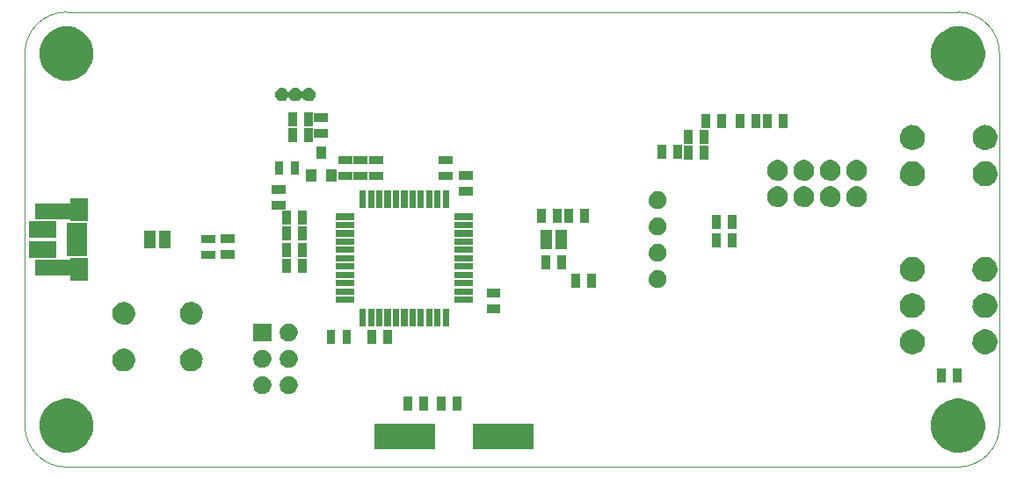
<source format=gts>
G04 (created by PCBNEW (2013-07-07 BZR 4022)-stable) date 26/08/2014 17:06:37*
%MOIN*%
G04 Gerber Fmt 3.4, Leading zero omitted, Abs format*
%FSLAX34Y34*%
G01*
G70*
G90*
G04 APERTURE LIST*
%ADD10C,0.00590551*%
%ADD11C,0.00393701*%
G04 APERTURE END LIST*
G54D10*
G54D11*
X106983Y-58953D02*
X73173Y-58953D01*
X108558Y-60528D02*
G75*
G03X106983Y-58953I-1575J0D01*
G74*
G01*
X108558Y-74668D02*
X108558Y-60528D01*
X106983Y-76243D02*
G75*
G03X108558Y-74668I0J1575D01*
G74*
G01*
X73173Y-76243D02*
X106983Y-76243D01*
X71598Y-74668D02*
G75*
G03X73173Y-76243I1575J0D01*
G74*
G01*
X71598Y-60528D02*
X71598Y-74668D01*
X73173Y-58953D02*
G75*
G03X71598Y-60528I0J-1575D01*
G74*
G01*
G54D10*
G36*
X72802Y-67540D02*
X71738Y-67540D01*
X71738Y-66900D01*
X72802Y-66900D01*
X72802Y-67540D01*
X72802Y-67540D01*
G37*
G36*
X72802Y-68298D02*
X71738Y-68298D01*
X71738Y-67658D01*
X72802Y-67658D01*
X72802Y-68298D01*
X72802Y-68298D01*
G37*
G36*
X73963Y-68229D02*
X73195Y-68229D01*
X73195Y-67996D01*
X73195Y-67989D01*
X73195Y-67977D01*
X73195Y-67969D01*
X73195Y-67741D01*
X73195Y-67733D01*
X73195Y-67721D01*
X73195Y-67713D01*
X73195Y-67485D01*
X73195Y-67477D01*
X73195Y-67465D01*
X73195Y-67457D01*
X73195Y-67229D01*
X73195Y-67221D01*
X73195Y-67209D01*
X73195Y-67201D01*
X73195Y-66969D01*
X73963Y-66969D01*
X73963Y-67201D01*
X73963Y-67209D01*
X73963Y-67221D01*
X73963Y-67229D01*
X73963Y-67457D01*
X73963Y-67465D01*
X73963Y-67477D01*
X73963Y-67485D01*
X73963Y-67713D01*
X73963Y-67721D01*
X73963Y-67733D01*
X73963Y-67741D01*
X73963Y-67969D01*
X73963Y-67977D01*
X73963Y-67989D01*
X73963Y-67996D01*
X73963Y-68229D01*
X73963Y-68229D01*
G37*
G36*
X73987Y-66891D02*
X73333Y-66891D01*
X73333Y-66845D01*
X73333Y-66837D01*
X73330Y-66830D01*
X73324Y-66825D01*
X73317Y-66822D01*
X73310Y-66822D01*
X71994Y-66822D01*
X71994Y-66230D01*
X73310Y-66230D01*
X73317Y-66230D01*
X73324Y-66227D01*
X73330Y-66222D01*
X73333Y-66215D01*
X73333Y-66207D01*
X73333Y-66024D01*
X73987Y-66024D01*
X73987Y-66891D01*
X73987Y-66891D01*
G37*
G36*
X73987Y-69174D02*
X73333Y-69174D01*
X73333Y-68991D01*
X73333Y-68983D01*
X73330Y-68976D01*
X73324Y-68970D01*
X73317Y-68967D01*
X73310Y-68967D01*
X71994Y-68967D01*
X71994Y-68376D01*
X73310Y-68376D01*
X73317Y-68376D01*
X73324Y-68373D01*
X73330Y-68368D01*
X73333Y-68361D01*
X73333Y-68353D01*
X73333Y-68307D01*
X73987Y-68307D01*
X73987Y-69174D01*
X73987Y-69174D01*
G37*
G36*
X74197Y-60429D02*
X74194Y-60655D01*
X74149Y-60854D01*
X74068Y-61035D01*
X73951Y-61201D01*
X73808Y-61338D01*
X73636Y-61447D01*
X73451Y-61518D01*
X73251Y-61554D01*
X73053Y-61550D01*
X72854Y-61506D01*
X72673Y-61427D01*
X72505Y-61310D01*
X72368Y-61168D01*
X72258Y-60997D01*
X72185Y-60813D01*
X72148Y-60612D01*
X72151Y-60415D01*
X72193Y-60215D01*
X72271Y-60034D01*
X72386Y-59865D01*
X72527Y-59727D01*
X72698Y-59615D01*
X72881Y-59542D01*
X73082Y-59503D01*
X73279Y-59505D01*
X73479Y-59546D01*
X73661Y-59622D01*
X73830Y-59736D01*
X73969Y-59876D01*
X74082Y-60047D01*
X74158Y-60229D01*
X74158Y-60231D01*
X74197Y-60429D01*
X74197Y-60429D01*
G37*
G36*
X74197Y-74569D02*
X74194Y-74795D01*
X74149Y-74994D01*
X74068Y-75175D01*
X73951Y-75341D01*
X73808Y-75478D01*
X73636Y-75587D01*
X73451Y-75658D01*
X73251Y-75694D01*
X73053Y-75690D01*
X72854Y-75646D01*
X72673Y-75567D01*
X72505Y-75450D01*
X72368Y-75308D01*
X72258Y-75137D01*
X72185Y-74953D01*
X72148Y-74752D01*
X72151Y-74555D01*
X72193Y-74355D01*
X72271Y-74174D01*
X72386Y-74005D01*
X72527Y-73867D01*
X72698Y-73755D01*
X72881Y-73682D01*
X73082Y-73643D01*
X73279Y-73645D01*
X73479Y-73686D01*
X73661Y-73762D01*
X73830Y-73876D01*
X73969Y-74016D01*
X74082Y-74187D01*
X74158Y-74369D01*
X74158Y-74371D01*
X74197Y-74569D01*
X74197Y-74569D01*
G37*
G36*
X75779Y-70356D02*
X75777Y-70450D01*
X75758Y-70535D01*
X75724Y-70610D01*
X75674Y-70682D01*
X75614Y-70739D01*
X75540Y-70786D01*
X75464Y-70816D01*
X75377Y-70831D01*
X75295Y-70829D01*
X75209Y-70810D01*
X75134Y-70777D01*
X75062Y-70727D01*
X75005Y-70668D01*
X74957Y-70594D01*
X74927Y-70518D01*
X74911Y-70431D01*
X74912Y-70350D01*
X74931Y-70263D01*
X74963Y-70188D01*
X75013Y-70116D01*
X75071Y-70058D01*
X75145Y-70010D01*
X75221Y-69980D01*
X75308Y-69963D01*
X75389Y-69964D01*
X75476Y-69981D01*
X75551Y-70013D01*
X75624Y-70062D01*
X75681Y-70120D01*
X75730Y-70194D01*
X75761Y-70269D01*
X75778Y-70354D01*
X75779Y-70356D01*
X75779Y-70356D01*
G37*
G36*
X75779Y-72127D02*
X75777Y-72222D01*
X75758Y-72307D01*
X75724Y-72382D01*
X75674Y-72454D01*
X75614Y-72510D01*
X75540Y-72558D01*
X75464Y-72587D01*
X75377Y-72602D01*
X75295Y-72601D01*
X75209Y-72582D01*
X75134Y-72549D01*
X75062Y-72499D01*
X75005Y-72440D01*
X74957Y-72366D01*
X74927Y-72290D01*
X74911Y-72203D01*
X74912Y-72121D01*
X74931Y-72035D01*
X74963Y-71960D01*
X75013Y-71887D01*
X75071Y-71830D01*
X75145Y-71782D01*
X75221Y-71751D01*
X75308Y-71735D01*
X75389Y-71735D01*
X75476Y-71753D01*
X75551Y-71785D01*
X75624Y-71834D01*
X75681Y-71892D01*
X75730Y-71966D01*
X75761Y-72041D01*
X75778Y-72126D01*
X75779Y-72127D01*
X75779Y-72127D01*
G37*
G36*
X76546Y-67933D02*
X76132Y-67933D01*
X76132Y-67622D01*
X76132Y-67614D01*
X76132Y-67582D01*
X76132Y-67574D01*
X76132Y-67263D01*
X76546Y-67263D01*
X76546Y-67574D01*
X76546Y-67582D01*
X76546Y-67614D01*
X76546Y-67622D01*
X76546Y-67933D01*
X76546Y-67933D01*
G37*
G36*
X77117Y-67933D02*
X76703Y-67933D01*
X76703Y-67622D01*
X76703Y-67614D01*
X76703Y-67582D01*
X76703Y-67574D01*
X76703Y-67263D01*
X77117Y-67263D01*
X77117Y-67574D01*
X77117Y-67582D01*
X77117Y-67614D01*
X77117Y-67622D01*
X77117Y-67933D01*
X77117Y-67933D01*
G37*
G36*
X78338Y-70356D02*
X78336Y-70450D01*
X78317Y-70535D01*
X78283Y-70610D01*
X78233Y-70682D01*
X78173Y-70739D01*
X78099Y-70786D01*
X78023Y-70816D01*
X77936Y-70831D01*
X77854Y-70829D01*
X77768Y-70810D01*
X77693Y-70777D01*
X77621Y-70727D01*
X77564Y-70668D01*
X77516Y-70594D01*
X77486Y-70518D01*
X77470Y-70431D01*
X77471Y-70350D01*
X77490Y-70263D01*
X77522Y-70188D01*
X77572Y-70116D01*
X77630Y-70058D01*
X77704Y-70010D01*
X77780Y-69980D01*
X77867Y-69963D01*
X77948Y-69964D01*
X78035Y-69981D01*
X78110Y-70013D01*
X78183Y-70062D01*
X78240Y-70120D01*
X78290Y-70194D01*
X78320Y-70269D01*
X78337Y-70354D01*
X78338Y-70356D01*
X78338Y-70356D01*
G37*
G36*
X78338Y-72127D02*
X78336Y-72222D01*
X78317Y-72307D01*
X78283Y-72382D01*
X78233Y-72454D01*
X78173Y-72510D01*
X78099Y-72558D01*
X78023Y-72587D01*
X77936Y-72602D01*
X77854Y-72601D01*
X77768Y-72582D01*
X77693Y-72549D01*
X77621Y-72499D01*
X77564Y-72440D01*
X77516Y-72366D01*
X77486Y-72290D01*
X77470Y-72203D01*
X77471Y-72121D01*
X77490Y-72035D01*
X77522Y-71960D01*
X77572Y-71887D01*
X77630Y-71830D01*
X77704Y-71782D01*
X77780Y-71751D01*
X77867Y-71735D01*
X77948Y-71735D01*
X78035Y-71753D01*
X78110Y-71785D01*
X78183Y-71834D01*
X78240Y-71892D01*
X78290Y-71966D01*
X78320Y-72041D01*
X78337Y-72126D01*
X78338Y-72127D01*
X78338Y-72127D01*
G37*
G36*
X78832Y-67743D02*
X78303Y-67743D01*
X78303Y-67414D01*
X78832Y-67414D01*
X78832Y-67743D01*
X78832Y-67743D01*
G37*
G36*
X78832Y-68343D02*
X78303Y-68343D01*
X78303Y-68014D01*
X78832Y-68014D01*
X78832Y-68343D01*
X78832Y-68343D01*
G37*
G36*
X79553Y-67729D02*
X79024Y-67729D01*
X79024Y-67400D01*
X79553Y-67400D01*
X79553Y-67729D01*
X79553Y-67729D01*
G37*
G36*
X79553Y-68329D02*
X79024Y-68329D01*
X79024Y-68000D01*
X79553Y-68000D01*
X79553Y-68329D01*
X79553Y-68329D01*
G37*
G36*
X80942Y-72094D02*
X80941Y-72167D01*
X80925Y-72235D01*
X80899Y-72293D01*
X80859Y-72350D01*
X80813Y-72393D01*
X80754Y-72431D01*
X80695Y-72454D01*
X80627Y-72466D01*
X80563Y-72464D01*
X80495Y-72449D01*
X80437Y-72424D01*
X80380Y-72384D01*
X80335Y-72339D01*
X80298Y-72280D01*
X80274Y-72221D01*
X80262Y-72152D01*
X80263Y-72089D01*
X80277Y-72021D01*
X80302Y-71963D01*
X80342Y-71905D01*
X80387Y-71861D01*
X80445Y-71822D01*
X80504Y-71799D01*
X80573Y-71786D01*
X80636Y-71786D01*
X80705Y-71800D01*
X80763Y-71824D01*
X80821Y-71864D01*
X80865Y-71908D01*
X80904Y-71967D01*
X80928Y-72025D01*
X80941Y-72092D01*
X80942Y-72094D01*
X80942Y-72094D01*
G37*
G36*
X80942Y-73094D02*
X80941Y-73167D01*
X80925Y-73235D01*
X80899Y-73293D01*
X80859Y-73350D01*
X80813Y-73393D01*
X80754Y-73431D01*
X80695Y-73454D01*
X80627Y-73466D01*
X80563Y-73464D01*
X80495Y-73449D01*
X80437Y-73424D01*
X80380Y-73384D01*
X80335Y-73339D01*
X80298Y-73280D01*
X80274Y-73221D01*
X80262Y-73152D01*
X80263Y-73089D01*
X80277Y-73021D01*
X80302Y-72963D01*
X80342Y-72905D01*
X80387Y-72861D01*
X80445Y-72822D01*
X80504Y-72799D01*
X80573Y-72786D01*
X80636Y-72786D01*
X80705Y-72800D01*
X80763Y-72824D01*
X80821Y-72864D01*
X80865Y-72908D01*
X80904Y-72967D01*
X80928Y-73025D01*
X80941Y-73092D01*
X80942Y-73094D01*
X80942Y-73094D01*
G37*
G36*
X80942Y-71465D02*
X80262Y-71465D01*
X80262Y-70786D01*
X80942Y-70786D01*
X80942Y-71465D01*
X80942Y-71465D01*
G37*
G36*
X81400Y-65146D02*
X81070Y-65146D01*
X81070Y-64617D01*
X81400Y-64617D01*
X81400Y-65146D01*
X81400Y-65146D01*
G37*
G36*
X81485Y-65849D02*
X80955Y-65849D01*
X80955Y-65519D01*
X81485Y-65519D01*
X81485Y-65849D01*
X81485Y-65849D01*
G37*
G36*
X81485Y-66449D02*
X80955Y-66449D01*
X80955Y-66119D01*
X81485Y-66119D01*
X81485Y-66449D01*
X81485Y-66449D01*
G37*
G36*
X81675Y-67036D02*
X81346Y-67036D01*
X81346Y-66506D01*
X81675Y-66506D01*
X81675Y-67036D01*
X81675Y-67036D01*
G37*
G36*
X81675Y-67626D02*
X81346Y-67626D01*
X81346Y-67097D01*
X81675Y-67097D01*
X81675Y-67626D01*
X81675Y-67626D01*
G37*
G36*
X81675Y-68256D02*
X81346Y-68256D01*
X81346Y-67727D01*
X81675Y-67727D01*
X81675Y-68256D01*
X81675Y-68256D01*
G37*
G36*
X81675Y-68847D02*
X81346Y-68847D01*
X81346Y-68317D01*
X81675Y-68317D01*
X81675Y-68847D01*
X81675Y-68847D01*
G37*
G36*
X81911Y-63296D02*
X81582Y-63296D01*
X81582Y-62766D01*
X81911Y-62766D01*
X81911Y-63296D01*
X81911Y-63296D01*
G37*
G36*
X81911Y-63886D02*
X81582Y-63886D01*
X81582Y-63357D01*
X81911Y-63357D01*
X81911Y-63886D01*
X81911Y-63886D01*
G37*
G36*
X81942Y-71094D02*
X81941Y-71167D01*
X81925Y-71235D01*
X81899Y-71293D01*
X81859Y-71350D01*
X81813Y-71393D01*
X81754Y-71431D01*
X81695Y-71454D01*
X81627Y-71466D01*
X81563Y-71464D01*
X81495Y-71449D01*
X81437Y-71424D01*
X81380Y-71384D01*
X81335Y-71339D01*
X81298Y-71280D01*
X81274Y-71221D01*
X81262Y-71152D01*
X81263Y-71089D01*
X81277Y-71021D01*
X81302Y-70963D01*
X81342Y-70905D01*
X81387Y-70861D01*
X81445Y-70822D01*
X81504Y-70799D01*
X81573Y-70786D01*
X81636Y-70786D01*
X81705Y-70800D01*
X81763Y-70824D01*
X81821Y-70864D01*
X81865Y-70908D01*
X81904Y-70967D01*
X81928Y-71025D01*
X81941Y-71092D01*
X81942Y-71094D01*
X81942Y-71094D01*
G37*
G36*
X81942Y-72094D02*
X81941Y-72167D01*
X81925Y-72235D01*
X81899Y-72293D01*
X81859Y-72350D01*
X81813Y-72393D01*
X81754Y-72431D01*
X81695Y-72454D01*
X81627Y-72466D01*
X81563Y-72464D01*
X81495Y-72449D01*
X81437Y-72424D01*
X81380Y-72384D01*
X81335Y-72339D01*
X81298Y-72280D01*
X81274Y-72221D01*
X81262Y-72152D01*
X81263Y-72089D01*
X81277Y-72021D01*
X81302Y-71963D01*
X81342Y-71905D01*
X81387Y-71861D01*
X81445Y-71822D01*
X81504Y-71799D01*
X81573Y-71786D01*
X81636Y-71786D01*
X81705Y-71800D01*
X81763Y-71824D01*
X81821Y-71864D01*
X81865Y-71908D01*
X81904Y-71967D01*
X81928Y-72025D01*
X81941Y-72092D01*
X81942Y-72094D01*
X81942Y-72094D01*
G37*
G36*
X81942Y-73094D02*
X81941Y-73167D01*
X81925Y-73235D01*
X81899Y-73293D01*
X81859Y-73350D01*
X81813Y-73393D01*
X81754Y-73431D01*
X81695Y-73454D01*
X81627Y-73466D01*
X81563Y-73464D01*
X81495Y-73449D01*
X81437Y-73424D01*
X81380Y-73384D01*
X81335Y-73339D01*
X81298Y-73280D01*
X81274Y-73221D01*
X81262Y-73152D01*
X81263Y-73089D01*
X81277Y-73021D01*
X81302Y-72963D01*
X81342Y-72905D01*
X81387Y-72861D01*
X81445Y-72822D01*
X81504Y-72799D01*
X81573Y-72786D01*
X81636Y-72786D01*
X81705Y-72800D01*
X81763Y-72824D01*
X81821Y-72864D01*
X81865Y-72908D01*
X81904Y-72967D01*
X81928Y-73025D01*
X81941Y-73092D01*
X81942Y-73094D01*
X81942Y-73094D01*
G37*
G36*
X82000Y-65146D02*
X81670Y-65146D01*
X81670Y-64617D01*
X82000Y-64617D01*
X82000Y-65146D01*
X82000Y-65146D01*
G37*
G36*
X82275Y-67036D02*
X81946Y-67036D01*
X81946Y-66506D01*
X82275Y-66506D01*
X82275Y-67036D01*
X82275Y-67036D01*
G37*
G36*
X82275Y-67626D02*
X81946Y-67626D01*
X81946Y-67097D01*
X82275Y-67097D01*
X82275Y-67626D01*
X82275Y-67626D01*
G37*
G36*
X82275Y-68256D02*
X81946Y-68256D01*
X81946Y-67727D01*
X82275Y-67727D01*
X82275Y-68256D01*
X82275Y-68256D01*
G37*
G36*
X82275Y-68847D02*
X81946Y-68847D01*
X81946Y-68317D01*
X82275Y-68317D01*
X82275Y-68847D01*
X82275Y-68847D01*
G37*
G36*
X82511Y-63296D02*
X82182Y-63296D01*
X82182Y-62766D01*
X82511Y-62766D01*
X82511Y-63296D01*
X82511Y-63296D01*
G37*
G36*
X82511Y-63886D02*
X82182Y-63886D01*
X82182Y-63357D01*
X82511Y-63357D01*
X82511Y-63886D01*
X82511Y-63886D01*
G37*
G36*
X82618Y-62062D02*
X82617Y-62117D01*
X82605Y-62169D01*
X82586Y-62212D01*
X82556Y-62255D01*
X82521Y-62288D01*
X82476Y-62316D01*
X82432Y-62334D01*
X82380Y-62343D01*
X82333Y-62342D01*
X82281Y-62330D01*
X82238Y-62311D01*
X82194Y-62281D01*
X82161Y-62247D01*
X82132Y-62202D01*
X82125Y-62185D01*
X82122Y-62178D01*
X82117Y-62172D01*
X82110Y-62169D01*
X82102Y-62169D01*
X82095Y-62172D01*
X82090Y-62178D01*
X82074Y-62212D01*
X82044Y-62255D01*
X82009Y-62288D01*
X81965Y-62316D01*
X81921Y-62334D01*
X81868Y-62343D01*
X81821Y-62342D01*
X81769Y-62330D01*
X81726Y-62311D01*
X81682Y-62281D01*
X81649Y-62247D01*
X81620Y-62202D01*
X81613Y-62185D01*
X81610Y-62178D01*
X81605Y-62172D01*
X81598Y-62169D01*
X81590Y-62169D01*
X81583Y-62172D01*
X81578Y-62178D01*
X81562Y-62212D01*
X81532Y-62255D01*
X81498Y-62288D01*
X81453Y-62316D01*
X81409Y-62334D01*
X81356Y-62343D01*
X81309Y-62342D01*
X81257Y-62330D01*
X81214Y-62311D01*
X81170Y-62281D01*
X81137Y-62247D01*
X81108Y-62202D01*
X81091Y-62159D01*
X81082Y-62106D01*
X81082Y-62059D01*
X81093Y-62007D01*
X81112Y-61964D01*
X81142Y-61919D01*
X81175Y-61887D01*
X81220Y-61857D01*
X81264Y-61840D01*
X81317Y-61830D01*
X81363Y-61830D01*
X81416Y-61841D01*
X81459Y-61859D01*
X81504Y-61889D01*
X81536Y-61922D01*
X81566Y-61967D01*
X81575Y-61988D01*
X81578Y-61995D01*
X81583Y-62000D01*
X81590Y-62003D01*
X81598Y-62003D01*
X81605Y-62000D01*
X81610Y-61995D01*
X81624Y-61964D01*
X81654Y-61919D01*
X81687Y-61887D01*
X81732Y-61857D01*
X81776Y-61840D01*
X81828Y-61830D01*
X81875Y-61830D01*
X81928Y-61841D01*
X81971Y-61859D01*
X82015Y-61889D01*
X82048Y-61922D01*
X82078Y-61967D01*
X82086Y-61988D01*
X82089Y-61995D01*
X82095Y-62000D01*
X82102Y-62003D01*
X82110Y-62003D01*
X82117Y-62000D01*
X82122Y-61995D01*
X82135Y-61964D01*
X82166Y-61919D01*
X82199Y-61887D01*
X82244Y-61857D01*
X82287Y-61840D01*
X82340Y-61830D01*
X82387Y-61830D01*
X82440Y-61841D01*
X82482Y-61859D01*
X82527Y-61889D01*
X82560Y-61922D01*
X82590Y-61967D01*
X82608Y-62010D01*
X82618Y-62061D01*
X82618Y-62062D01*
X82618Y-62062D01*
G37*
G36*
X82656Y-65394D02*
X82262Y-65394D01*
X82262Y-64920D01*
X82656Y-64920D01*
X82656Y-65394D01*
X82656Y-65394D01*
G37*
G36*
X83031Y-64528D02*
X82637Y-64528D01*
X82637Y-64054D01*
X83031Y-64054D01*
X83031Y-64528D01*
X83031Y-64528D01*
G37*
G36*
X83099Y-63132D02*
X82569Y-63132D01*
X82569Y-62802D01*
X83099Y-62802D01*
X83099Y-63132D01*
X83099Y-63132D01*
G37*
G36*
X83099Y-63732D02*
X82569Y-63732D01*
X82569Y-63402D01*
X83099Y-63402D01*
X83099Y-63732D01*
X83099Y-63732D01*
G37*
G36*
X83368Y-71563D02*
X83039Y-71563D01*
X83039Y-71034D01*
X83368Y-71034D01*
X83368Y-71563D01*
X83368Y-71563D01*
G37*
G36*
X83406Y-65394D02*
X83012Y-65394D01*
X83012Y-64920D01*
X83406Y-64920D01*
X83406Y-65394D01*
X83406Y-65394D01*
G37*
G36*
X83968Y-71563D02*
X83639Y-71563D01*
X83639Y-71034D01*
X83968Y-71034D01*
X83968Y-71563D01*
X83968Y-71563D01*
G37*
G36*
X84004Y-64746D02*
X83475Y-64746D01*
X83475Y-64417D01*
X84004Y-64417D01*
X84004Y-64746D01*
X84004Y-64746D01*
G37*
G36*
X84004Y-65346D02*
X83475Y-65346D01*
X83475Y-65017D01*
X84004Y-65017D01*
X84004Y-65346D01*
X84004Y-65346D01*
G37*
G36*
X84074Y-66851D02*
X83394Y-66851D01*
X83394Y-66612D01*
X84074Y-66612D01*
X84074Y-66851D01*
X84074Y-66851D01*
G37*
G36*
X84074Y-67166D02*
X83394Y-67166D01*
X83394Y-66927D01*
X84074Y-66927D01*
X84074Y-67166D01*
X84074Y-67166D01*
G37*
G36*
X84074Y-67481D02*
X83394Y-67481D01*
X83394Y-67242D01*
X84074Y-67242D01*
X84074Y-67481D01*
X84074Y-67481D01*
G37*
G36*
X84074Y-67796D02*
X83394Y-67796D01*
X83394Y-67557D01*
X84074Y-67557D01*
X84074Y-67796D01*
X84074Y-67796D01*
G37*
G36*
X84074Y-68111D02*
X83394Y-68111D01*
X83394Y-67872D01*
X84074Y-67872D01*
X84074Y-68111D01*
X84074Y-68111D01*
G37*
G36*
X84074Y-68426D02*
X83394Y-68426D01*
X83394Y-68187D01*
X84074Y-68187D01*
X84074Y-68426D01*
X84074Y-68426D01*
G37*
G36*
X84074Y-68741D02*
X83394Y-68741D01*
X83394Y-68502D01*
X84074Y-68502D01*
X84074Y-68741D01*
X84074Y-68741D01*
G37*
G36*
X84074Y-69056D02*
X83394Y-69056D01*
X83394Y-68817D01*
X84074Y-68817D01*
X84074Y-69056D01*
X84074Y-69056D01*
G37*
G36*
X84074Y-69371D02*
X83394Y-69371D01*
X83394Y-69132D01*
X84074Y-69132D01*
X84074Y-69371D01*
X84074Y-69371D01*
G37*
G36*
X84074Y-69686D02*
X83394Y-69686D01*
X83394Y-69447D01*
X84074Y-69447D01*
X84074Y-69686D01*
X84074Y-69686D01*
G37*
G36*
X84074Y-70001D02*
X83394Y-70001D01*
X83394Y-69762D01*
X84074Y-69762D01*
X84074Y-70001D01*
X84074Y-70001D01*
G37*
G36*
X84529Y-66396D02*
X84289Y-66396D01*
X84289Y-65717D01*
X84529Y-65717D01*
X84529Y-66396D01*
X84529Y-66396D01*
G37*
G36*
X84529Y-70896D02*
X84289Y-70896D01*
X84289Y-70217D01*
X84529Y-70217D01*
X84529Y-70896D01*
X84529Y-70896D01*
G37*
G36*
X84595Y-64746D02*
X84065Y-64746D01*
X84065Y-64417D01*
X84595Y-64417D01*
X84595Y-64746D01*
X84595Y-64746D01*
G37*
G36*
X84595Y-65346D02*
X84065Y-65346D01*
X84065Y-65017D01*
X84595Y-65017D01*
X84595Y-65346D01*
X84595Y-65346D01*
G37*
G36*
X84844Y-66396D02*
X84604Y-66396D01*
X84604Y-65717D01*
X84844Y-65717D01*
X84844Y-66396D01*
X84844Y-66396D01*
G37*
G36*
X84844Y-70896D02*
X84604Y-70896D01*
X84604Y-70217D01*
X84844Y-70217D01*
X84844Y-70896D01*
X84844Y-70896D01*
G37*
G36*
X84904Y-71563D02*
X84574Y-71563D01*
X84574Y-71034D01*
X84904Y-71034D01*
X84904Y-71563D01*
X84904Y-71563D01*
G37*
G36*
X85159Y-66396D02*
X84919Y-66396D01*
X84919Y-65717D01*
X85159Y-65717D01*
X85159Y-66396D01*
X85159Y-66396D01*
G37*
G36*
X85159Y-70896D02*
X84919Y-70896D01*
X84919Y-70217D01*
X85159Y-70217D01*
X85159Y-70896D01*
X85159Y-70896D01*
G37*
G36*
X85186Y-64746D02*
X84656Y-64746D01*
X84656Y-64417D01*
X85186Y-64417D01*
X85186Y-64746D01*
X85186Y-64746D01*
G37*
G36*
X85186Y-65346D02*
X84656Y-65346D01*
X84656Y-65017D01*
X85186Y-65017D01*
X85186Y-65346D01*
X85186Y-65346D01*
G37*
G36*
X85474Y-66396D02*
X85234Y-66396D01*
X85234Y-65717D01*
X85474Y-65717D01*
X85474Y-66396D01*
X85474Y-66396D01*
G37*
G36*
X85474Y-70896D02*
X85234Y-70896D01*
X85234Y-70217D01*
X85474Y-70217D01*
X85474Y-70896D01*
X85474Y-70896D01*
G37*
G36*
X85504Y-71563D02*
X85174Y-71563D01*
X85174Y-71034D01*
X85504Y-71034D01*
X85504Y-71563D01*
X85504Y-71563D01*
G37*
G36*
X85789Y-66396D02*
X85549Y-66396D01*
X85549Y-65717D01*
X85789Y-65717D01*
X85789Y-66396D01*
X85789Y-66396D01*
G37*
G36*
X85789Y-70896D02*
X85549Y-70896D01*
X85549Y-70217D01*
X85789Y-70217D01*
X85789Y-70896D01*
X85789Y-70896D01*
G37*
G36*
X86104Y-66396D02*
X85864Y-66396D01*
X85864Y-65717D01*
X86104Y-65717D01*
X86104Y-66396D01*
X86104Y-66396D01*
G37*
G36*
X86104Y-70896D02*
X85864Y-70896D01*
X85864Y-70217D01*
X86104Y-70217D01*
X86104Y-70896D01*
X86104Y-70896D01*
G37*
G36*
X86282Y-74083D02*
X85952Y-74083D01*
X85952Y-73554D01*
X86282Y-73554D01*
X86282Y-74083D01*
X86282Y-74083D01*
G37*
G36*
X86419Y-66396D02*
X86179Y-66396D01*
X86179Y-65717D01*
X86419Y-65717D01*
X86419Y-66396D01*
X86419Y-66396D01*
G37*
G36*
X86419Y-70896D02*
X86179Y-70896D01*
X86179Y-70217D01*
X86419Y-70217D01*
X86419Y-70896D01*
X86419Y-70896D01*
G37*
G36*
X86734Y-66396D02*
X86494Y-66396D01*
X86494Y-65717D01*
X86734Y-65717D01*
X86734Y-66396D01*
X86734Y-66396D01*
G37*
G36*
X86734Y-70896D02*
X86494Y-70896D01*
X86494Y-70217D01*
X86734Y-70217D01*
X86734Y-70896D01*
X86734Y-70896D01*
G37*
G36*
X86882Y-74083D02*
X86552Y-74083D01*
X86552Y-73554D01*
X86882Y-73554D01*
X86882Y-74083D01*
X86882Y-74083D01*
G37*
G36*
X87049Y-66396D02*
X86809Y-66396D01*
X86809Y-65717D01*
X87049Y-65717D01*
X87049Y-66396D01*
X87049Y-66396D01*
G37*
G36*
X87049Y-70896D02*
X86809Y-70896D01*
X86809Y-70217D01*
X87049Y-70217D01*
X87049Y-70896D01*
X87049Y-70896D01*
G37*
G36*
X87146Y-75551D02*
X84861Y-75551D01*
X84861Y-74605D01*
X87146Y-74605D01*
X87146Y-75551D01*
X87146Y-75551D01*
G37*
G36*
X87364Y-66396D02*
X87124Y-66396D01*
X87124Y-65717D01*
X87364Y-65717D01*
X87364Y-66396D01*
X87364Y-66396D01*
G37*
G36*
X87364Y-70896D02*
X87124Y-70896D01*
X87124Y-70217D01*
X87364Y-70217D01*
X87364Y-70896D01*
X87364Y-70896D01*
G37*
G36*
X87541Y-74083D02*
X87212Y-74083D01*
X87212Y-73554D01*
X87541Y-73554D01*
X87541Y-74083D01*
X87541Y-74083D01*
G37*
G36*
X87679Y-66396D02*
X87439Y-66396D01*
X87439Y-65717D01*
X87679Y-65717D01*
X87679Y-66396D01*
X87679Y-66396D01*
G37*
G36*
X87679Y-70896D02*
X87439Y-70896D01*
X87439Y-70217D01*
X87679Y-70217D01*
X87679Y-70896D01*
X87679Y-70896D01*
G37*
G36*
X87823Y-64746D02*
X87294Y-64746D01*
X87294Y-64417D01*
X87823Y-64417D01*
X87823Y-64746D01*
X87823Y-64746D01*
G37*
G36*
X87823Y-65346D02*
X87294Y-65346D01*
X87294Y-65017D01*
X87823Y-65017D01*
X87823Y-65346D01*
X87823Y-65346D01*
G37*
G36*
X88141Y-74083D02*
X87812Y-74083D01*
X87812Y-73554D01*
X88141Y-73554D01*
X88141Y-74083D01*
X88141Y-74083D01*
G37*
G36*
X88571Y-65337D02*
X88042Y-65337D01*
X88042Y-65007D01*
X88571Y-65007D01*
X88571Y-65337D01*
X88571Y-65337D01*
G37*
G36*
X88571Y-65937D02*
X88042Y-65937D01*
X88042Y-65607D01*
X88571Y-65607D01*
X88571Y-65937D01*
X88571Y-65937D01*
G37*
G36*
X88574Y-66851D02*
X87894Y-66851D01*
X87894Y-66612D01*
X88574Y-66612D01*
X88574Y-66851D01*
X88574Y-66851D01*
G37*
G36*
X88574Y-67166D02*
X87894Y-67166D01*
X87894Y-66927D01*
X88574Y-66927D01*
X88574Y-67166D01*
X88574Y-67166D01*
G37*
G36*
X88574Y-67481D02*
X87894Y-67481D01*
X87894Y-67242D01*
X88574Y-67242D01*
X88574Y-67481D01*
X88574Y-67481D01*
G37*
G36*
X88574Y-67796D02*
X87894Y-67796D01*
X87894Y-67557D01*
X88574Y-67557D01*
X88574Y-67796D01*
X88574Y-67796D01*
G37*
G36*
X88574Y-68111D02*
X87894Y-68111D01*
X87894Y-67872D01*
X88574Y-67872D01*
X88574Y-68111D01*
X88574Y-68111D01*
G37*
G36*
X88574Y-68426D02*
X87894Y-68426D01*
X87894Y-68187D01*
X88574Y-68187D01*
X88574Y-68426D01*
X88574Y-68426D01*
G37*
G36*
X88574Y-68741D02*
X87894Y-68741D01*
X87894Y-68502D01*
X88574Y-68502D01*
X88574Y-68741D01*
X88574Y-68741D01*
G37*
G36*
X88574Y-69056D02*
X87894Y-69056D01*
X87894Y-68817D01*
X88574Y-68817D01*
X88574Y-69056D01*
X88574Y-69056D01*
G37*
G36*
X88574Y-69371D02*
X87894Y-69371D01*
X87894Y-69132D01*
X88574Y-69132D01*
X88574Y-69371D01*
X88574Y-69371D01*
G37*
G36*
X88574Y-69686D02*
X87894Y-69686D01*
X87894Y-69447D01*
X88574Y-69447D01*
X88574Y-69686D01*
X88574Y-69686D01*
G37*
G36*
X88574Y-70001D02*
X87894Y-70001D01*
X87894Y-69762D01*
X88574Y-69762D01*
X88574Y-70001D01*
X88574Y-70001D01*
G37*
G36*
X89634Y-69786D02*
X89105Y-69786D01*
X89105Y-69456D01*
X89634Y-69456D01*
X89634Y-69786D01*
X89634Y-69786D01*
G37*
G36*
X89634Y-70386D02*
X89105Y-70386D01*
X89105Y-70056D01*
X89634Y-70056D01*
X89634Y-70386D01*
X89634Y-70386D01*
G37*
G36*
X90886Y-75551D02*
X88601Y-75551D01*
X88601Y-74605D01*
X90886Y-74605D01*
X90886Y-75551D01*
X90886Y-75551D01*
G37*
G36*
X91360Y-66957D02*
X91031Y-66957D01*
X91031Y-66428D01*
X91360Y-66428D01*
X91360Y-66957D01*
X91360Y-66957D01*
G37*
G36*
X91518Y-68729D02*
X91188Y-68729D01*
X91188Y-68199D01*
X91518Y-68199D01*
X91518Y-68729D01*
X91518Y-68729D01*
G37*
G36*
X91594Y-67972D02*
X91161Y-67972D01*
X91161Y-67740D01*
X91161Y-67732D01*
X91161Y-67720D01*
X91161Y-67712D01*
X91161Y-67484D01*
X91161Y-67476D01*
X91161Y-67464D01*
X91161Y-67456D01*
X91161Y-67224D01*
X91594Y-67224D01*
X91594Y-67456D01*
X91594Y-67464D01*
X91594Y-67476D01*
X91594Y-67484D01*
X91594Y-67712D01*
X91594Y-67720D01*
X91594Y-67732D01*
X91594Y-67740D01*
X91594Y-67972D01*
X91594Y-67972D01*
G37*
G36*
X91960Y-66957D02*
X91631Y-66957D01*
X91631Y-66428D01*
X91960Y-66428D01*
X91960Y-66957D01*
X91960Y-66957D01*
G37*
G36*
X92118Y-68729D02*
X91788Y-68729D01*
X91788Y-68199D01*
X92118Y-68199D01*
X92118Y-68729D01*
X92118Y-68729D01*
G37*
G36*
X92146Y-67972D02*
X91712Y-67972D01*
X91712Y-67740D01*
X91712Y-67732D01*
X91712Y-67720D01*
X91712Y-67712D01*
X91712Y-67484D01*
X91712Y-67476D01*
X91712Y-67464D01*
X91712Y-67456D01*
X91712Y-67224D01*
X92146Y-67224D01*
X92146Y-67456D01*
X92146Y-67464D01*
X92146Y-67476D01*
X92146Y-67484D01*
X92146Y-67712D01*
X92146Y-67720D01*
X92146Y-67732D01*
X92146Y-67740D01*
X92146Y-67972D01*
X92146Y-67972D01*
G37*
G36*
X92384Y-66957D02*
X92054Y-66957D01*
X92054Y-66428D01*
X92384Y-66428D01*
X92384Y-66957D01*
X92384Y-66957D01*
G37*
G36*
X92660Y-69437D02*
X92330Y-69437D01*
X92330Y-68908D01*
X92660Y-68908D01*
X92660Y-69437D01*
X92660Y-69437D01*
G37*
G36*
X92984Y-66957D02*
X92654Y-66957D01*
X92654Y-66428D01*
X92984Y-66428D01*
X92984Y-66957D01*
X92984Y-66957D01*
G37*
G36*
X93260Y-69437D02*
X92930Y-69437D01*
X92930Y-68908D01*
X93260Y-68908D01*
X93260Y-69437D01*
X93260Y-69437D01*
G37*
G36*
X95908Y-64536D02*
X95578Y-64536D01*
X95578Y-64006D01*
X95908Y-64006D01*
X95908Y-64536D01*
X95908Y-64536D01*
G37*
G36*
X95925Y-66067D02*
X95924Y-66139D01*
X95909Y-66205D01*
X95883Y-66263D01*
X95844Y-66319D01*
X95798Y-66362D01*
X95740Y-66399D01*
X95682Y-66422D01*
X95614Y-66433D01*
X95552Y-66432D01*
X95485Y-66417D01*
X95427Y-66392D01*
X95371Y-66353D01*
X95327Y-66308D01*
X95290Y-66250D01*
X95267Y-66192D01*
X95255Y-66124D01*
X95256Y-66062D01*
X95270Y-65995D01*
X95294Y-65937D01*
X95333Y-65880D01*
X95378Y-65837D01*
X95436Y-65799D01*
X95493Y-65776D01*
X95561Y-65763D01*
X95623Y-65763D01*
X95691Y-65777D01*
X95748Y-65801D01*
X95806Y-65840D01*
X95850Y-65884D01*
X95888Y-65942D01*
X95912Y-65999D01*
X95925Y-66065D01*
X95925Y-66067D01*
X95925Y-66067D01*
G37*
G36*
X95925Y-67067D02*
X95924Y-67139D01*
X95909Y-67205D01*
X95883Y-67263D01*
X95844Y-67319D01*
X95798Y-67362D01*
X95740Y-67399D01*
X95682Y-67422D01*
X95614Y-67433D01*
X95552Y-67432D01*
X95485Y-67417D01*
X95427Y-67392D01*
X95371Y-67353D01*
X95327Y-67308D01*
X95290Y-67250D01*
X95267Y-67192D01*
X95255Y-67124D01*
X95256Y-67062D01*
X95270Y-66995D01*
X95294Y-66937D01*
X95333Y-66880D01*
X95378Y-66837D01*
X95436Y-66799D01*
X95493Y-66776D01*
X95561Y-66763D01*
X95623Y-66763D01*
X95691Y-66777D01*
X95748Y-66801D01*
X95806Y-66840D01*
X95850Y-66884D01*
X95888Y-66942D01*
X95912Y-66999D01*
X95925Y-67065D01*
X95925Y-67067D01*
X95925Y-67067D01*
G37*
G36*
X95925Y-68067D02*
X95924Y-68139D01*
X95909Y-68205D01*
X95883Y-68263D01*
X95844Y-68319D01*
X95798Y-68362D01*
X95740Y-68399D01*
X95682Y-68422D01*
X95614Y-68433D01*
X95552Y-68432D01*
X95485Y-68417D01*
X95427Y-68392D01*
X95371Y-68353D01*
X95327Y-68308D01*
X95290Y-68250D01*
X95267Y-68192D01*
X95255Y-68124D01*
X95256Y-68062D01*
X95270Y-67995D01*
X95294Y-67937D01*
X95333Y-67880D01*
X95378Y-67837D01*
X95436Y-67799D01*
X95493Y-67776D01*
X95561Y-67763D01*
X95623Y-67763D01*
X95691Y-67777D01*
X95748Y-67801D01*
X95806Y-67840D01*
X95850Y-67884D01*
X95888Y-67942D01*
X95912Y-67999D01*
X95925Y-68065D01*
X95925Y-68067D01*
X95925Y-68067D01*
G37*
G36*
X95925Y-69067D02*
X95924Y-69139D01*
X95909Y-69205D01*
X95883Y-69263D01*
X95844Y-69319D01*
X95798Y-69362D01*
X95740Y-69399D01*
X95682Y-69422D01*
X95614Y-69433D01*
X95552Y-69432D01*
X95485Y-69417D01*
X95427Y-69392D01*
X95371Y-69353D01*
X95327Y-69308D01*
X95290Y-69250D01*
X95267Y-69192D01*
X95255Y-69124D01*
X95256Y-69062D01*
X95270Y-68995D01*
X95294Y-68937D01*
X95333Y-68880D01*
X95378Y-68837D01*
X95436Y-68799D01*
X95493Y-68776D01*
X95561Y-68763D01*
X95623Y-68763D01*
X95691Y-68777D01*
X95748Y-68801D01*
X95806Y-68840D01*
X95850Y-68884D01*
X95888Y-68942D01*
X95912Y-68999D01*
X95925Y-69065D01*
X95925Y-69067D01*
X95925Y-69067D01*
G37*
G36*
X96508Y-64536D02*
X96178Y-64536D01*
X96178Y-64006D01*
X96508Y-64006D01*
X96508Y-64536D01*
X96508Y-64536D01*
G37*
G36*
X96911Y-63965D02*
X96582Y-63965D01*
X96582Y-63436D01*
X96911Y-63436D01*
X96911Y-63965D01*
X96911Y-63965D01*
G37*
G36*
X96911Y-64556D02*
X96582Y-64556D01*
X96582Y-64026D01*
X96911Y-64026D01*
X96911Y-64556D01*
X96911Y-64556D01*
G37*
G36*
X97511Y-63965D02*
X97182Y-63965D01*
X97182Y-63436D01*
X97511Y-63436D01*
X97511Y-63965D01*
X97511Y-63965D01*
G37*
G36*
X97511Y-64556D02*
X97182Y-64556D01*
X97182Y-64026D01*
X97511Y-64026D01*
X97511Y-64556D01*
X97511Y-64556D01*
G37*
G36*
X97581Y-63374D02*
X97251Y-63374D01*
X97251Y-62845D01*
X97581Y-62845D01*
X97581Y-63374D01*
X97581Y-63374D01*
G37*
G36*
X97974Y-67193D02*
X97645Y-67193D01*
X97645Y-66664D01*
X97974Y-66664D01*
X97974Y-67193D01*
X97974Y-67193D01*
G37*
G36*
X97974Y-67902D02*
X97645Y-67902D01*
X97645Y-67373D01*
X97974Y-67373D01*
X97974Y-67902D01*
X97974Y-67902D01*
G37*
G36*
X98181Y-63374D02*
X97851Y-63374D01*
X97851Y-62845D01*
X98181Y-62845D01*
X98181Y-63374D01*
X98181Y-63374D01*
G37*
G36*
X98574Y-67193D02*
X98245Y-67193D01*
X98245Y-66664D01*
X98574Y-66664D01*
X98574Y-67193D01*
X98574Y-67193D01*
G37*
G36*
X98574Y-67902D02*
X98245Y-67902D01*
X98245Y-67373D01*
X98574Y-67373D01*
X98574Y-67902D01*
X98574Y-67902D01*
G37*
G36*
X98880Y-63374D02*
X98550Y-63374D01*
X98550Y-62845D01*
X98880Y-62845D01*
X98880Y-63374D01*
X98880Y-63374D01*
G37*
G36*
X99480Y-63374D02*
X99150Y-63374D01*
X99150Y-62845D01*
X99480Y-62845D01*
X99480Y-63374D01*
X99480Y-63374D01*
G37*
G36*
X99904Y-63374D02*
X99574Y-63374D01*
X99574Y-62845D01*
X99904Y-62845D01*
X99904Y-63374D01*
X99904Y-63374D01*
G37*
G36*
X100504Y-63374D02*
X100174Y-63374D01*
X100174Y-62845D01*
X100504Y-62845D01*
X100504Y-63374D01*
X100504Y-63374D01*
G37*
G36*
X100528Y-64932D02*
X100527Y-65018D01*
X100510Y-65096D01*
X100479Y-65164D01*
X100433Y-65229D01*
X100379Y-65280D01*
X100312Y-65323D01*
X100242Y-65350D01*
X100163Y-65364D01*
X100089Y-65363D01*
X100011Y-65345D01*
X99943Y-65316D01*
X99877Y-65270D01*
X99825Y-65217D01*
X99782Y-65149D01*
X99755Y-65080D01*
X99740Y-65001D01*
X99741Y-64927D01*
X99758Y-64848D01*
X99787Y-64780D01*
X99832Y-64714D01*
X99885Y-64662D01*
X99953Y-64618D01*
X100021Y-64590D01*
X100100Y-64575D01*
X100174Y-64576D01*
X100253Y-64592D01*
X100321Y-64620D01*
X100388Y-64666D01*
X100440Y-64718D01*
X100485Y-64785D01*
X100513Y-64853D01*
X100528Y-64932D01*
X100528Y-64932D01*
G37*
G36*
X100528Y-65932D02*
X100527Y-66018D01*
X100510Y-66096D01*
X100479Y-66164D01*
X100433Y-66229D01*
X100379Y-66280D01*
X100312Y-66323D01*
X100242Y-66350D01*
X100163Y-66364D01*
X100089Y-66363D01*
X100011Y-66345D01*
X99943Y-66316D01*
X99877Y-66270D01*
X99825Y-66217D01*
X99782Y-66149D01*
X99755Y-66080D01*
X99740Y-66001D01*
X99741Y-65927D01*
X99758Y-65848D01*
X99787Y-65780D01*
X99832Y-65714D01*
X99885Y-65662D01*
X99953Y-65618D01*
X100021Y-65590D01*
X100100Y-65575D01*
X100174Y-65576D01*
X100253Y-65592D01*
X100321Y-65620D01*
X100388Y-65666D01*
X100440Y-65718D01*
X100485Y-65785D01*
X100513Y-65853D01*
X100528Y-65932D01*
X100528Y-65932D01*
G37*
G36*
X101528Y-64932D02*
X101527Y-65018D01*
X101510Y-65096D01*
X101479Y-65164D01*
X101433Y-65229D01*
X101379Y-65280D01*
X101312Y-65323D01*
X101242Y-65350D01*
X101163Y-65364D01*
X101089Y-65363D01*
X101011Y-65345D01*
X100943Y-65316D01*
X100877Y-65270D01*
X100825Y-65217D01*
X100782Y-65149D01*
X100755Y-65080D01*
X100740Y-65001D01*
X100741Y-64927D01*
X100758Y-64848D01*
X100787Y-64780D01*
X100832Y-64714D01*
X100885Y-64662D01*
X100953Y-64618D01*
X101021Y-64590D01*
X101100Y-64575D01*
X101174Y-64576D01*
X101253Y-64592D01*
X101321Y-64620D01*
X101388Y-64666D01*
X101440Y-64718D01*
X101485Y-64785D01*
X101513Y-64853D01*
X101528Y-64932D01*
X101528Y-64932D01*
G37*
G36*
X101528Y-65932D02*
X101527Y-66018D01*
X101510Y-66096D01*
X101479Y-66164D01*
X101433Y-66229D01*
X101379Y-66280D01*
X101312Y-66323D01*
X101242Y-66350D01*
X101163Y-66364D01*
X101089Y-66363D01*
X101011Y-66345D01*
X100943Y-66316D01*
X100877Y-66270D01*
X100825Y-66217D01*
X100782Y-66149D01*
X100755Y-66080D01*
X100740Y-66001D01*
X100741Y-65927D01*
X100758Y-65848D01*
X100787Y-65780D01*
X100832Y-65714D01*
X100885Y-65662D01*
X100953Y-65618D01*
X101021Y-65590D01*
X101100Y-65575D01*
X101174Y-65576D01*
X101253Y-65592D01*
X101321Y-65620D01*
X101388Y-65666D01*
X101440Y-65718D01*
X101485Y-65785D01*
X101513Y-65853D01*
X101528Y-65932D01*
X101528Y-65932D01*
G37*
G36*
X102528Y-64932D02*
X102527Y-65018D01*
X102510Y-65096D01*
X102479Y-65164D01*
X102433Y-65229D01*
X102379Y-65280D01*
X102312Y-65323D01*
X102242Y-65350D01*
X102163Y-65364D01*
X102089Y-65363D01*
X102011Y-65345D01*
X101943Y-65316D01*
X101877Y-65270D01*
X101825Y-65217D01*
X101782Y-65149D01*
X101755Y-65080D01*
X101740Y-65001D01*
X101741Y-64927D01*
X101758Y-64848D01*
X101787Y-64780D01*
X101832Y-64714D01*
X101885Y-64662D01*
X101953Y-64618D01*
X102021Y-64590D01*
X102100Y-64575D01*
X102174Y-64576D01*
X102253Y-64592D01*
X102321Y-64620D01*
X102388Y-64666D01*
X102440Y-64718D01*
X102485Y-64785D01*
X102513Y-64853D01*
X102528Y-64932D01*
X102528Y-64932D01*
G37*
G36*
X102528Y-65932D02*
X102527Y-66018D01*
X102510Y-66096D01*
X102479Y-66164D01*
X102433Y-66229D01*
X102379Y-66280D01*
X102312Y-66323D01*
X102242Y-66350D01*
X102163Y-66364D01*
X102089Y-66363D01*
X102011Y-66345D01*
X101943Y-66316D01*
X101877Y-66270D01*
X101825Y-66217D01*
X101782Y-66149D01*
X101755Y-66080D01*
X101740Y-66001D01*
X101741Y-65927D01*
X101758Y-65848D01*
X101787Y-65780D01*
X101832Y-65714D01*
X101885Y-65662D01*
X101953Y-65618D01*
X102021Y-65590D01*
X102100Y-65575D01*
X102174Y-65576D01*
X102253Y-65592D01*
X102321Y-65620D01*
X102388Y-65666D01*
X102440Y-65718D01*
X102485Y-65785D01*
X102513Y-65853D01*
X102528Y-65932D01*
X102528Y-65932D01*
G37*
G36*
X103528Y-64932D02*
X103527Y-65018D01*
X103510Y-65096D01*
X103479Y-65164D01*
X103433Y-65229D01*
X103379Y-65280D01*
X103312Y-65323D01*
X103242Y-65350D01*
X103163Y-65364D01*
X103089Y-65363D01*
X103011Y-65345D01*
X102943Y-65316D01*
X102877Y-65270D01*
X102825Y-65217D01*
X102782Y-65149D01*
X102755Y-65080D01*
X102740Y-65001D01*
X102741Y-64927D01*
X102758Y-64848D01*
X102787Y-64780D01*
X102832Y-64714D01*
X102885Y-64662D01*
X102953Y-64618D01*
X103021Y-64590D01*
X103100Y-64575D01*
X103174Y-64576D01*
X103253Y-64592D01*
X103321Y-64620D01*
X103388Y-64666D01*
X103440Y-64718D01*
X103485Y-64785D01*
X103513Y-64853D01*
X103528Y-64932D01*
X103528Y-64932D01*
G37*
G36*
X103528Y-65932D02*
X103527Y-66018D01*
X103510Y-66096D01*
X103479Y-66164D01*
X103433Y-66229D01*
X103379Y-66280D01*
X103312Y-66323D01*
X103242Y-66350D01*
X103163Y-66364D01*
X103089Y-66363D01*
X103011Y-66345D01*
X102943Y-66316D01*
X102877Y-66270D01*
X102825Y-66217D01*
X102782Y-66149D01*
X102755Y-66080D01*
X102740Y-66001D01*
X102741Y-65927D01*
X102758Y-65848D01*
X102787Y-65780D01*
X102832Y-65714D01*
X102885Y-65662D01*
X102953Y-65618D01*
X103021Y-65590D01*
X103100Y-65575D01*
X103174Y-65576D01*
X103253Y-65592D01*
X103321Y-65620D01*
X103388Y-65666D01*
X103440Y-65718D01*
X103485Y-65785D01*
X103513Y-65853D01*
X103528Y-65932D01*
X103528Y-65932D01*
G37*
G36*
X105726Y-68682D02*
X105725Y-68785D01*
X105704Y-68878D01*
X105667Y-68960D01*
X105612Y-69038D01*
X105547Y-69100D01*
X105466Y-69151D01*
X105383Y-69184D01*
X105289Y-69200D01*
X105199Y-69198D01*
X105105Y-69178D01*
X105023Y-69142D01*
X104945Y-69087D01*
X104882Y-69023D01*
X104830Y-68942D01*
X104798Y-68859D01*
X104780Y-68765D01*
X104781Y-68675D01*
X104801Y-68581D01*
X104837Y-68499D01*
X104891Y-68420D01*
X104955Y-68358D01*
X105035Y-68305D01*
X105118Y-68271D01*
X105212Y-68253D01*
X105301Y-68254D01*
X105396Y-68273D01*
X105478Y-68308D01*
X105558Y-68362D01*
X105620Y-68425D01*
X105674Y-68505D01*
X105708Y-68587D01*
X105726Y-68680D01*
X105726Y-68682D01*
X105726Y-68682D01*
G37*
G36*
X105726Y-70060D02*
X105725Y-70163D01*
X105704Y-70256D01*
X105667Y-70338D01*
X105612Y-70416D01*
X105547Y-70478D01*
X105466Y-70529D01*
X105383Y-70561D01*
X105289Y-70578D01*
X105199Y-70576D01*
X105105Y-70556D01*
X105023Y-70520D01*
X104945Y-70465D01*
X104882Y-70401D01*
X104830Y-70320D01*
X104798Y-70237D01*
X104780Y-70143D01*
X104781Y-70053D01*
X104801Y-69959D01*
X104837Y-69877D01*
X104891Y-69798D01*
X104955Y-69735D01*
X105035Y-69683D01*
X105118Y-69649D01*
X105212Y-69631D01*
X105301Y-69632D01*
X105396Y-69651D01*
X105478Y-69686D01*
X105558Y-69740D01*
X105620Y-69803D01*
X105674Y-69883D01*
X105708Y-69965D01*
X105726Y-70058D01*
X105726Y-70060D01*
X105726Y-70060D01*
G37*
G36*
X105726Y-71438D02*
X105725Y-71541D01*
X105704Y-71634D01*
X105667Y-71716D01*
X105612Y-71794D01*
X105547Y-71856D01*
X105466Y-71907D01*
X105383Y-71939D01*
X105289Y-71956D01*
X105199Y-71954D01*
X105105Y-71934D01*
X105023Y-71898D01*
X104945Y-71843D01*
X104882Y-71779D01*
X104830Y-71698D01*
X104798Y-71615D01*
X104780Y-71521D01*
X104781Y-71431D01*
X104801Y-71337D01*
X104837Y-71255D01*
X104891Y-71176D01*
X104955Y-71113D01*
X105035Y-71061D01*
X105118Y-71027D01*
X105212Y-71009D01*
X105301Y-71010D01*
X105396Y-71029D01*
X105478Y-71064D01*
X105558Y-71118D01*
X105620Y-71181D01*
X105674Y-71261D01*
X105708Y-71343D01*
X105726Y-71436D01*
X105726Y-71438D01*
X105726Y-71438D01*
G37*
G36*
X105730Y-63674D02*
X105728Y-63777D01*
X105707Y-63870D01*
X105671Y-63952D01*
X105616Y-64030D01*
X105551Y-64092D01*
X105470Y-64144D01*
X105386Y-64176D01*
X105292Y-64193D01*
X105202Y-64191D01*
X105109Y-64170D01*
X105027Y-64134D01*
X104948Y-64080D01*
X104886Y-64015D01*
X104834Y-63935D01*
X104801Y-63851D01*
X104784Y-63757D01*
X104785Y-63668D01*
X104805Y-63574D01*
X104840Y-63492D01*
X104894Y-63412D01*
X104958Y-63350D01*
X105039Y-63297D01*
X105121Y-63264D01*
X105216Y-63246D01*
X105305Y-63247D01*
X105399Y-63266D01*
X105481Y-63300D01*
X105561Y-63354D01*
X105624Y-63417D01*
X105677Y-63498D01*
X105711Y-63580D01*
X105730Y-63673D01*
X105730Y-63674D01*
X105730Y-63674D01*
G37*
G36*
X105730Y-65052D02*
X105728Y-65155D01*
X105707Y-65248D01*
X105671Y-65330D01*
X105616Y-65408D01*
X105551Y-65470D01*
X105470Y-65522D01*
X105386Y-65554D01*
X105292Y-65571D01*
X105202Y-65569D01*
X105109Y-65548D01*
X105027Y-65512D01*
X104948Y-65458D01*
X104886Y-65393D01*
X104834Y-65313D01*
X104801Y-65229D01*
X104784Y-65135D01*
X104785Y-65046D01*
X104805Y-64952D01*
X104840Y-64870D01*
X104894Y-64790D01*
X104958Y-64728D01*
X105039Y-64675D01*
X105121Y-64642D01*
X105216Y-64624D01*
X105305Y-64624D01*
X105399Y-64644D01*
X105481Y-64678D01*
X105561Y-64732D01*
X105624Y-64795D01*
X105677Y-64876D01*
X105711Y-64958D01*
X105730Y-65051D01*
X105730Y-65052D01*
X105730Y-65052D01*
G37*
G36*
X106509Y-73022D02*
X106180Y-73022D01*
X106180Y-72493D01*
X106509Y-72493D01*
X106509Y-73022D01*
X106509Y-73022D01*
G37*
G36*
X107109Y-73022D02*
X106780Y-73022D01*
X106780Y-72493D01*
X107109Y-72493D01*
X107109Y-73022D01*
X107109Y-73022D01*
G37*
G36*
X108007Y-60429D02*
X108004Y-60655D01*
X107959Y-60854D01*
X107878Y-61035D01*
X107761Y-61201D01*
X107618Y-61338D01*
X107446Y-61447D01*
X107261Y-61518D01*
X107061Y-61554D01*
X106863Y-61550D01*
X106664Y-61506D01*
X106483Y-61427D01*
X106315Y-61310D01*
X106178Y-61168D01*
X106068Y-60997D01*
X105995Y-60813D01*
X105958Y-60612D01*
X105961Y-60415D01*
X106003Y-60215D01*
X106081Y-60034D01*
X106196Y-59865D01*
X106337Y-59727D01*
X106508Y-59615D01*
X106691Y-59542D01*
X106892Y-59503D01*
X107089Y-59505D01*
X107289Y-59546D01*
X107471Y-59622D01*
X107640Y-59736D01*
X107779Y-59876D01*
X107892Y-60047D01*
X107968Y-60229D01*
X107968Y-60231D01*
X108007Y-60429D01*
X108007Y-60429D01*
G37*
G36*
X108007Y-74569D02*
X108004Y-74795D01*
X107959Y-74994D01*
X107878Y-75175D01*
X107761Y-75341D01*
X107618Y-75478D01*
X107446Y-75587D01*
X107261Y-75658D01*
X107061Y-75694D01*
X106863Y-75690D01*
X106664Y-75646D01*
X106483Y-75567D01*
X106315Y-75450D01*
X106178Y-75308D01*
X106068Y-75137D01*
X105995Y-74953D01*
X105958Y-74752D01*
X105961Y-74555D01*
X106003Y-74355D01*
X106081Y-74174D01*
X106196Y-74005D01*
X106337Y-73867D01*
X106508Y-73755D01*
X106691Y-73682D01*
X106892Y-73643D01*
X107089Y-73645D01*
X107289Y-73686D01*
X107471Y-73762D01*
X107640Y-73876D01*
X107779Y-74016D01*
X107892Y-74187D01*
X107968Y-74369D01*
X107968Y-74371D01*
X108007Y-74569D01*
X108007Y-74569D01*
G37*
G36*
X108482Y-68682D02*
X108481Y-68785D01*
X108460Y-68878D01*
X108423Y-68960D01*
X108368Y-69038D01*
X108303Y-69100D01*
X108222Y-69151D01*
X108139Y-69184D01*
X108044Y-69200D01*
X107955Y-69198D01*
X107861Y-69178D01*
X107779Y-69142D01*
X107701Y-69087D01*
X107638Y-69023D01*
X107586Y-68942D01*
X107553Y-68859D01*
X107536Y-68765D01*
X107537Y-68675D01*
X107557Y-68581D01*
X107593Y-68499D01*
X107647Y-68420D01*
X107711Y-68358D01*
X107791Y-68305D01*
X107874Y-68271D01*
X107968Y-68253D01*
X108057Y-68254D01*
X108152Y-68273D01*
X108234Y-68308D01*
X108314Y-68362D01*
X108376Y-68425D01*
X108430Y-68505D01*
X108464Y-68587D01*
X108482Y-68680D01*
X108482Y-68682D01*
X108482Y-68682D01*
G37*
G36*
X108482Y-70060D02*
X108481Y-70163D01*
X108460Y-70256D01*
X108423Y-70338D01*
X108368Y-70416D01*
X108303Y-70478D01*
X108222Y-70529D01*
X108139Y-70561D01*
X108044Y-70578D01*
X107955Y-70576D01*
X107861Y-70556D01*
X107779Y-70520D01*
X107701Y-70465D01*
X107638Y-70401D01*
X107586Y-70320D01*
X107553Y-70237D01*
X107536Y-70143D01*
X107537Y-70053D01*
X107557Y-69959D01*
X107593Y-69877D01*
X107647Y-69798D01*
X107711Y-69735D01*
X107791Y-69683D01*
X107874Y-69649D01*
X107968Y-69631D01*
X108057Y-69632D01*
X108152Y-69651D01*
X108234Y-69686D01*
X108314Y-69740D01*
X108376Y-69803D01*
X108430Y-69883D01*
X108464Y-69965D01*
X108482Y-70058D01*
X108482Y-70060D01*
X108482Y-70060D01*
G37*
G36*
X108482Y-71438D02*
X108481Y-71541D01*
X108460Y-71634D01*
X108423Y-71716D01*
X108368Y-71794D01*
X108303Y-71856D01*
X108222Y-71907D01*
X108139Y-71939D01*
X108044Y-71956D01*
X107955Y-71954D01*
X107861Y-71934D01*
X107779Y-71898D01*
X107701Y-71843D01*
X107638Y-71779D01*
X107586Y-71698D01*
X107553Y-71615D01*
X107536Y-71521D01*
X107537Y-71431D01*
X107557Y-71337D01*
X107593Y-71255D01*
X107647Y-71176D01*
X107711Y-71113D01*
X107791Y-71061D01*
X107874Y-71027D01*
X107968Y-71009D01*
X108057Y-71010D01*
X108152Y-71029D01*
X108234Y-71064D01*
X108314Y-71118D01*
X108376Y-71181D01*
X108430Y-71261D01*
X108464Y-71343D01*
X108482Y-71436D01*
X108482Y-71438D01*
X108482Y-71438D01*
G37*
G36*
X108486Y-63674D02*
X108484Y-63777D01*
X108463Y-63870D01*
X108427Y-63952D01*
X108372Y-64030D01*
X108307Y-64092D01*
X108226Y-64144D01*
X108142Y-64176D01*
X108048Y-64193D01*
X107958Y-64191D01*
X107865Y-64170D01*
X107783Y-64134D01*
X107704Y-64080D01*
X107642Y-64015D01*
X107590Y-63935D01*
X107557Y-63851D01*
X107540Y-63757D01*
X107541Y-63668D01*
X107561Y-63574D01*
X107596Y-63492D01*
X107650Y-63412D01*
X107714Y-63350D01*
X107795Y-63297D01*
X107877Y-63264D01*
X107972Y-63246D01*
X108061Y-63247D01*
X108155Y-63266D01*
X108237Y-63300D01*
X108317Y-63354D01*
X108380Y-63417D01*
X108433Y-63498D01*
X108467Y-63580D01*
X108485Y-63673D01*
X108486Y-63674D01*
X108486Y-63674D01*
G37*
G36*
X108486Y-65052D02*
X108484Y-65155D01*
X108463Y-65248D01*
X108427Y-65330D01*
X108372Y-65408D01*
X108307Y-65470D01*
X108226Y-65522D01*
X108142Y-65554D01*
X108048Y-65571D01*
X107958Y-65569D01*
X107865Y-65548D01*
X107783Y-65512D01*
X107704Y-65458D01*
X107642Y-65393D01*
X107590Y-65313D01*
X107557Y-65229D01*
X107540Y-65135D01*
X107541Y-65046D01*
X107561Y-64952D01*
X107596Y-64870D01*
X107650Y-64790D01*
X107714Y-64728D01*
X107795Y-64675D01*
X107877Y-64642D01*
X107972Y-64624D01*
X108061Y-64624D01*
X108155Y-64644D01*
X108237Y-64678D01*
X108317Y-64732D01*
X108380Y-64795D01*
X108433Y-64876D01*
X108467Y-64958D01*
X108485Y-65051D01*
X108486Y-65052D01*
X108486Y-65052D01*
G37*
M02*

</source>
